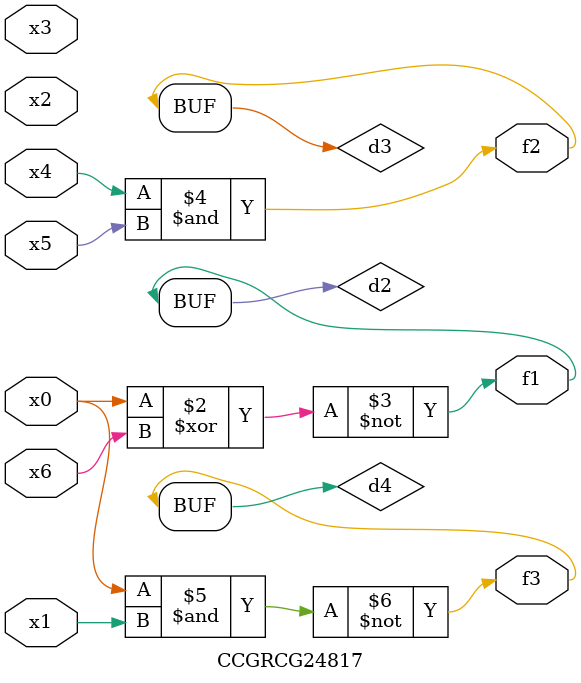
<source format=v>
module CCGRCG24817(
	input x0, x1, x2, x3, x4, x5, x6,
	output f1, f2, f3
);

	wire d1, d2, d3, d4;

	nor (d1, x0);
	xnor (d2, x0, x6);
	and (d3, x4, x5);
	nand (d4, x0, x1);
	assign f1 = d2;
	assign f2 = d3;
	assign f3 = d4;
endmodule

</source>
